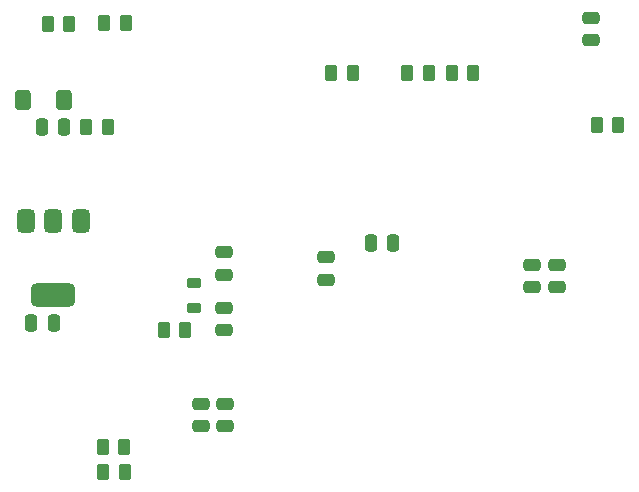
<source format=gbp>
%TF.GenerationSoftware,KiCad,Pcbnew,9.0.0*%
%TF.CreationDate,2025-03-02T16:29:17+08:00*%
%TF.ProjectId,Mini-K1-64,4d696e69-2d4b-4312-9d36-342e6b696361,rev?*%
%TF.SameCoordinates,Original*%
%TF.FileFunction,Paste,Bot*%
%TF.FilePolarity,Positive*%
%FSLAX46Y46*%
G04 Gerber Fmt 4.6, Leading zero omitted, Abs format (unit mm)*
G04 Created by KiCad (PCBNEW 9.0.0) date 2025-03-02 16:29:17*
%MOMM*%
%LPD*%
G01*
G04 APERTURE LIST*
G04 Aperture macros list*
%AMRoundRect*
0 Rectangle with rounded corners*
0 $1 Rounding radius*
0 $2 $3 $4 $5 $6 $7 $8 $9 X,Y pos of 4 corners*
0 Add a 4 corners polygon primitive as box body*
4,1,4,$2,$3,$4,$5,$6,$7,$8,$9,$2,$3,0*
0 Add four circle primitives for the rounded corners*
1,1,$1+$1,$2,$3*
1,1,$1+$1,$4,$5*
1,1,$1+$1,$6,$7*
1,1,$1+$1,$8,$9*
0 Add four rect primitives between the rounded corners*
20,1,$1+$1,$2,$3,$4,$5,0*
20,1,$1+$1,$4,$5,$6,$7,0*
20,1,$1+$1,$6,$7,$8,$9,0*
20,1,$1+$1,$8,$9,$2,$3,0*%
G04 Aperture macros list end*
%ADD10RoundRect,0.218750X-0.381250X0.218750X-0.381250X-0.218750X0.381250X-0.218750X0.381250X0.218750X0*%
%ADD11RoundRect,0.250000X0.475000X-0.250000X0.475000X0.250000X-0.475000X0.250000X-0.475000X-0.250000X0*%
%ADD12RoundRect,0.250000X0.262500X0.450000X-0.262500X0.450000X-0.262500X-0.450000X0.262500X-0.450000X0*%
%ADD13RoundRect,0.250000X0.250000X0.475000X-0.250000X0.475000X-0.250000X-0.475000X0.250000X-0.475000X0*%
%ADD14RoundRect,0.250000X-0.262500X-0.450000X0.262500X-0.450000X0.262500X0.450000X-0.262500X0.450000X0*%
%ADD15RoundRect,0.250000X0.400000X0.600000X-0.400000X0.600000X-0.400000X-0.600000X0.400000X-0.600000X0*%
%ADD16RoundRect,0.250000X-0.475000X0.250000X-0.475000X-0.250000X0.475000X-0.250000X0.475000X0.250000X0*%
%ADD17RoundRect,0.375000X-0.375000X0.625000X-0.375000X-0.625000X0.375000X-0.625000X0.375000X0.625000X0*%
%ADD18RoundRect,0.500000X-1.400000X0.500000X-1.400000X-0.500000X1.400000X-0.500000X1.400000X0.500000X0*%
%ADD19RoundRect,0.250000X-0.250000X-0.475000X0.250000X-0.475000X0.250000X0.475000X-0.250000X0.475000X0*%
G04 APERTURE END LIST*
D10*
%TO.C,L1*%
X131785000Y-106212500D03*
X131785000Y-108337500D03*
%TD*%
D11*
%TO.C,C3*%
X162460000Y-106575000D03*
X162460000Y-104675000D03*
%TD*%
D12*
%TO.C,R11*%
X124445100Y-93017200D03*
X122620100Y-93017200D03*
%TD*%
D13*
%TO.C,C7*%
X119860000Y-109585000D03*
X117960000Y-109585000D03*
%TD*%
D14*
%TO.C,R5*%
X143377500Y-88425000D03*
X145202500Y-88425000D03*
%TD*%
D11*
%TO.C,C4*%
X160335000Y-106575000D03*
X160335000Y-104675000D03*
%TD*%
D14*
%TO.C,R12*%
X129172500Y-110225000D03*
X130997500Y-110225000D03*
%TD*%
D15*
%TO.C,D1*%
X120761400Y-90705800D03*
X117261400Y-90705800D03*
%TD*%
D14*
%TO.C,R13*%
X124040000Y-122215000D03*
X125865000Y-122215000D03*
%TD*%
D12*
%TO.C,R6*%
X155405000Y-88445000D03*
X153580000Y-88445000D03*
%TD*%
%TO.C,R7*%
X151602500Y-88425000D03*
X149777500Y-88425000D03*
%TD*%
%TO.C,R8*%
X121176600Y-84298000D03*
X119351600Y-84298000D03*
%TD*%
D11*
%TO.C,C2*%
X165340000Y-85645000D03*
X165340000Y-83745000D03*
%TD*%
D16*
%TO.C,C8*%
X134285000Y-108325000D03*
X134285000Y-110225000D03*
%TD*%
D14*
%TO.C,R10*%
X165827500Y-92835000D03*
X167652500Y-92835000D03*
%TD*%
D11*
%TO.C,C9*%
X134260000Y-105500000D03*
X134260000Y-103600000D03*
%TD*%
D14*
%TO.C,R14*%
X124027500Y-120115000D03*
X125852500Y-120115000D03*
%TD*%
D17*
%TO.C,U3*%
X117544100Y-100967000D03*
X119844100Y-100967000D03*
D18*
X119844100Y-107267000D03*
D17*
X122144100Y-100967000D03*
%TD*%
D11*
%TO.C,C11*%
X134385000Y-118325000D03*
X134385000Y-116425000D03*
%TD*%
D16*
%TO.C,C5*%
X142960000Y-104025000D03*
X142960000Y-105925000D03*
%TD*%
D11*
%TO.C,C12*%
X132310000Y-118325000D03*
X132310000Y-116425000D03*
%TD*%
D19*
%TO.C,C6*%
X146710000Y-102835000D03*
X148610000Y-102835000D03*
%TD*%
D14*
%TO.C,R9*%
X124166600Y-84223000D03*
X125991600Y-84223000D03*
%TD*%
D13*
%TO.C,C10*%
X120748800Y-93017200D03*
X118848800Y-93017200D03*
%TD*%
M02*

</source>
